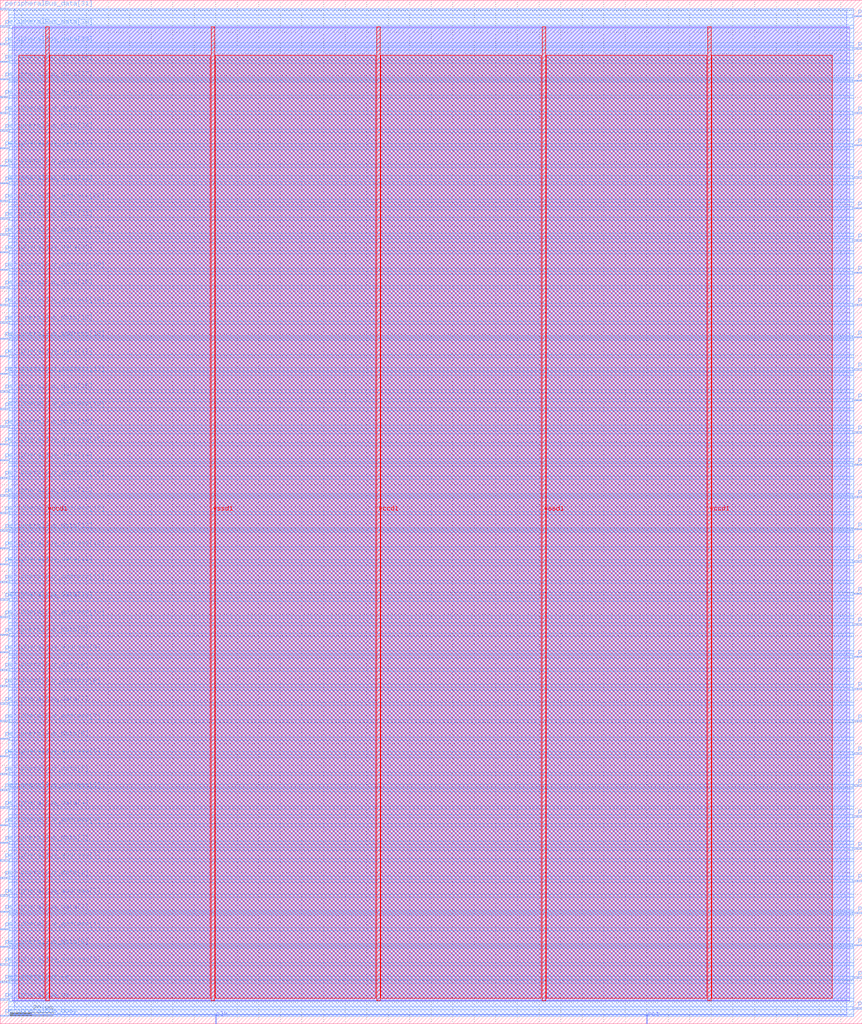
<source format=lef>
VERSION 5.7 ;
  NOWIREEXTENSIONATPIN ON ;
  DIVIDERCHAR "/" ;
  BUSBITCHARS "[]" ;
MACRO PWM
  CLASS BLOCK ;
  FOREIGN PWM ;
  ORIGIN 0.000 0.000 ;
  SIZE 400.000 BY 475.000 ;
  PIN clk
    DIRECTION INPUT ;
    USE SIGNAL ;
    PORT
      LAYER met2 ;
        RECT 99.910 0.000 100.190 4.000 ;
    END
  END clk
  PIN peripheralBus_address[0]
    DIRECTION INPUT ;
    USE SIGNAL ;
    PORT
      LAYER met3 ;
        RECT 0.000 27.240 4.000 27.840 ;
    END
  END peripheralBus_address[0]
  PIN peripheralBus_address[10]
    DIRECTION INPUT ;
    USE SIGNAL ;
    PORT
      LAYER met3 ;
        RECT 0.000 188.400 4.000 189.000 ;
    END
  END peripheralBus_address[10]
  PIN peripheralBus_address[11]
    DIRECTION INPUT ;
    USE SIGNAL ;
    PORT
      LAYER met3 ;
        RECT 0.000 204.720 4.000 205.320 ;
    END
  END peripheralBus_address[11]
  PIN peripheralBus_address[12]
    DIRECTION INPUT ;
    USE SIGNAL ;
    PORT
      LAYER met3 ;
        RECT 0.000 220.360 4.000 220.960 ;
    END
  END peripheralBus_address[12]
  PIN peripheralBus_address[13]
    DIRECTION INPUT ;
    USE SIGNAL ;
    PORT
      LAYER met3 ;
        RECT 0.000 236.680 4.000 237.280 ;
    END
  END peripheralBus_address[13]
  PIN peripheralBus_address[14]
    DIRECTION INPUT ;
    USE SIGNAL ;
    PORT
      LAYER met3 ;
        RECT 0.000 253.000 4.000 253.600 ;
    END
  END peripheralBus_address[14]
  PIN peripheralBus_address[15]
    DIRECTION INPUT ;
    USE SIGNAL ;
    PORT
      LAYER met3 ;
        RECT 0.000 268.640 4.000 269.240 ;
    END
  END peripheralBus_address[15]
  PIN peripheralBus_address[16]
    DIRECTION INPUT ;
    USE SIGNAL ;
    PORT
      LAYER met3 ;
        RECT 0.000 284.960 4.000 285.560 ;
    END
  END peripheralBus_address[16]
  PIN peripheralBus_address[17]
    DIRECTION INPUT ;
    USE SIGNAL ;
    PORT
      LAYER met3 ;
        RECT 0.000 301.280 4.000 301.880 ;
    END
  END peripheralBus_address[17]
  PIN peripheralBus_address[18]
    DIRECTION INPUT ;
    USE SIGNAL ;
    PORT
      LAYER met3 ;
        RECT 0.000 317.600 4.000 318.200 ;
    END
  END peripheralBus_address[18]
  PIN peripheralBus_address[19]
    DIRECTION INPUT ;
    USE SIGNAL ;
    PORT
      LAYER met3 ;
        RECT 0.000 333.240 4.000 333.840 ;
    END
  END peripheralBus_address[19]
  PIN peripheralBus_address[1]
    DIRECTION INPUT ;
    USE SIGNAL ;
    PORT
      LAYER met3 ;
        RECT 0.000 43.560 4.000 44.160 ;
    END
  END peripheralBus_address[1]
  PIN peripheralBus_address[20]
    DIRECTION INPUT ;
    USE SIGNAL ;
    PORT
      LAYER met3 ;
        RECT 0.000 349.560 4.000 350.160 ;
    END
  END peripheralBus_address[20]
  PIN peripheralBus_address[21]
    DIRECTION INPUT ;
    USE SIGNAL ;
    PORT
      LAYER met3 ;
        RECT 0.000 365.880 4.000 366.480 ;
    END
  END peripheralBus_address[21]
  PIN peripheralBus_address[22]
    DIRECTION INPUT ;
    USE SIGNAL ;
    PORT
      LAYER met3 ;
        RECT 0.000 381.520 4.000 382.120 ;
    END
  END peripheralBus_address[22]
  PIN peripheralBus_address[23]
    DIRECTION INPUT ;
    USE SIGNAL ;
    PORT
      LAYER met3 ;
        RECT 0.000 397.840 4.000 398.440 ;
    END
  END peripheralBus_address[23]
  PIN peripheralBus_address[2]
    DIRECTION INPUT ;
    USE SIGNAL ;
    PORT
      LAYER met3 ;
        RECT 0.000 59.200 4.000 59.800 ;
    END
  END peripheralBus_address[2]
  PIN peripheralBus_address[3]
    DIRECTION INPUT ;
    USE SIGNAL ;
    PORT
      LAYER met3 ;
        RECT 0.000 75.520 4.000 76.120 ;
    END
  END peripheralBus_address[3]
  PIN peripheralBus_address[4]
    DIRECTION INPUT ;
    USE SIGNAL ;
    PORT
      LAYER met3 ;
        RECT 0.000 91.840 4.000 92.440 ;
    END
  END peripheralBus_address[4]
  PIN peripheralBus_address[5]
    DIRECTION INPUT ;
    USE SIGNAL ;
    PORT
      LAYER met3 ;
        RECT 0.000 108.160 4.000 108.760 ;
    END
  END peripheralBus_address[5]
  PIN peripheralBus_address[6]
    DIRECTION INPUT ;
    USE SIGNAL ;
    PORT
      LAYER met3 ;
        RECT 0.000 123.800 4.000 124.400 ;
    END
  END peripheralBus_address[6]
  PIN peripheralBus_address[7]
    DIRECTION INPUT ;
    USE SIGNAL ;
    PORT
      LAYER met3 ;
        RECT 0.000 140.120 4.000 140.720 ;
    END
  END peripheralBus_address[7]
  PIN peripheralBus_address[8]
    DIRECTION INPUT ;
    USE SIGNAL ;
    PORT
      LAYER met3 ;
        RECT 0.000 156.440 4.000 157.040 ;
    END
  END peripheralBus_address[8]
  PIN peripheralBus_address[9]
    DIRECTION INPUT ;
    USE SIGNAL ;
    PORT
      LAYER met3 ;
        RECT 0.000 172.080 4.000 172.680 ;
    END
  END peripheralBus_address[9]
  PIN peripheralBus_busy
    DIRECTION OUTPUT TRISTATE ;
    USE SIGNAL ;
    PORT
      LAYER met3 ;
        RECT 0.000 3.440 4.000 4.040 ;
    END
  END peripheralBus_busy
  PIN peripheralBus_data[0]
    DIRECTION INOUT ;
    USE SIGNAL ;
    PORT
      LAYER met3 ;
        RECT 0.000 35.400 4.000 36.000 ;
    END
  END peripheralBus_data[0]
  PIN peripheralBus_data[10]
    DIRECTION INOUT ;
    USE SIGNAL ;
    PORT
      LAYER met3 ;
        RECT 0.000 196.560 4.000 197.160 ;
    END
  END peripheralBus_data[10]
  PIN peripheralBus_data[11]
    DIRECTION INOUT ;
    USE SIGNAL ;
    PORT
      LAYER met3 ;
        RECT 0.000 212.880 4.000 213.480 ;
    END
  END peripheralBus_data[11]
  PIN peripheralBus_data[12]
    DIRECTION INOUT ;
    USE SIGNAL ;
    PORT
      LAYER met3 ;
        RECT 0.000 228.520 4.000 229.120 ;
    END
  END peripheralBus_data[12]
  PIN peripheralBus_data[13]
    DIRECTION INOUT ;
    USE SIGNAL ;
    PORT
      LAYER met3 ;
        RECT 0.000 244.840 4.000 245.440 ;
    END
  END peripheralBus_data[13]
  PIN peripheralBus_data[14]
    DIRECTION INOUT ;
    USE SIGNAL ;
    PORT
      LAYER met3 ;
        RECT 0.000 261.160 4.000 261.760 ;
    END
  END peripheralBus_data[14]
  PIN peripheralBus_data[15]
    DIRECTION INOUT ;
    USE SIGNAL ;
    PORT
      LAYER met3 ;
        RECT 0.000 276.800 4.000 277.400 ;
    END
  END peripheralBus_data[15]
  PIN peripheralBus_data[16]
    DIRECTION INOUT ;
    USE SIGNAL ;
    PORT
      LAYER met3 ;
        RECT 0.000 293.120 4.000 293.720 ;
    END
  END peripheralBus_data[16]
  PIN peripheralBus_data[17]
    DIRECTION INOUT ;
    USE SIGNAL ;
    PORT
      LAYER met3 ;
        RECT 0.000 309.440 4.000 310.040 ;
    END
  END peripheralBus_data[17]
  PIN peripheralBus_data[18]
    DIRECTION INOUT ;
    USE SIGNAL ;
    PORT
      LAYER met3 ;
        RECT 0.000 325.080 4.000 325.680 ;
    END
  END peripheralBus_data[18]
  PIN peripheralBus_data[19]
    DIRECTION INOUT ;
    USE SIGNAL ;
    PORT
      LAYER met3 ;
        RECT 0.000 341.400 4.000 342.000 ;
    END
  END peripheralBus_data[19]
  PIN peripheralBus_data[1]
    DIRECTION INOUT ;
    USE SIGNAL ;
    PORT
      LAYER met3 ;
        RECT 0.000 51.720 4.000 52.320 ;
    END
  END peripheralBus_data[1]
  PIN peripheralBus_data[20]
    DIRECTION INOUT ;
    USE SIGNAL ;
    PORT
      LAYER met3 ;
        RECT 0.000 357.720 4.000 358.320 ;
    END
  END peripheralBus_data[20]
  PIN peripheralBus_data[21]
    DIRECTION INOUT ;
    USE SIGNAL ;
    PORT
      LAYER met3 ;
        RECT 0.000 373.360 4.000 373.960 ;
    END
  END peripheralBus_data[21]
  PIN peripheralBus_data[22]
    DIRECTION INOUT ;
    USE SIGNAL ;
    PORT
      LAYER met3 ;
        RECT 0.000 389.680 4.000 390.280 ;
    END
  END peripheralBus_data[22]
  PIN peripheralBus_data[23]
    DIRECTION INOUT ;
    USE SIGNAL ;
    PORT
      LAYER met3 ;
        RECT 0.000 406.000 4.000 406.600 ;
    END
  END peripheralBus_data[23]
  PIN peripheralBus_data[24]
    DIRECTION INOUT ;
    USE SIGNAL ;
    PORT
      LAYER met3 ;
        RECT 0.000 414.160 4.000 414.760 ;
    END
  END peripheralBus_data[24]
  PIN peripheralBus_data[25]
    DIRECTION INOUT ;
    USE SIGNAL ;
    PORT
      LAYER met3 ;
        RECT 0.000 422.320 4.000 422.920 ;
    END
  END peripheralBus_data[25]
  PIN peripheralBus_data[26]
    DIRECTION INOUT ;
    USE SIGNAL ;
    PORT
      LAYER met3 ;
        RECT 0.000 429.800 4.000 430.400 ;
    END
  END peripheralBus_data[26]
  PIN peripheralBus_data[27]
    DIRECTION INOUT ;
    USE SIGNAL ;
    PORT
      LAYER met3 ;
        RECT 0.000 437.960 4.000 438.560 ;
    END
  END peripheralBus_data[27]
  PIN peripheralBus_data[28]
    DIRECTION INOUT ;
    USE SIGNAL ;
    PORT
      LAYER met3 ;
        RECT 0.000 446.120 4.000 446.720 ;
    END
  END peripheralBus_data[28]
  PIN peripheralBus_data[29]
    DIRECTION INOUT ;
    USE SIGNAL ;
    PORT
      LAYER met3 ;
        RECT 0.000 454.280 4.000 454.880 ;
    END
  END peripheralBus_data[29]
  PIN peripheralBus_data[2]
    DIRECTION INOUT ;
    USE SIGNAL ;
    PORT
      LAYER met3 ;
        RECT 0.000 67.360 4.000 67.960 ;
    END
  END peripheralBus_data[2]
  PIN peripheralBus_data[30]
    DIRECTION INOUT ;
    USE SIGNAL ;
    PORT
      LAYER met3 ;
        RECT 0.000 462.440 4.000 463.040 ;
    END
  END peripheralBus_data[30]
  PIN peripheralBus_data[31]
    DIRECTION INOUT ;
    USE SIGNAL ;
    PORT
      LAYER met3 ;
        RECT 0.000 470.600 4.000 471.200 ;
    END
  END peripheralBus_data[31]
  PIN peripheralBus_data[3]
    DIRECTION INOUT ;
    USE SIGNAL ;
    PORT
      LAYER met3 ;
        RECT 0.000 83.680 4.000 84.280 ;
    END
  END peripheralBus_data[3]
  PIN peripheralBus_data[4]
    DIRECTION INOUT ;
    USE SIGNAL ;
    PORT
      LAYER met3 ;
        RECT 0.000 100.000 4.000 100.600 ;
    END
  END peripheralBus_data[4]
  PIN peripheralBus_data[5]
    DIRECTION INOUT ;
    USE SIGNAL ;
    PORT
      LAYER met3 ;
        RECT 0.000 115.640 4.000 116.240 ;
    END
  END peripheralBus_data[5]
  PIN peripheralBus_data[6]
    DIRECTION INOUT ;
    USE SIGNAL ;
    PORT
      LAYER met3 ;
        RECT 0.000 131.960 4.000 132.560 ;
    END
  END peripheralBus_data[6]
  PIN peripheralBus_data[7]
    DIRECTION INOUT ;
    USE SIGNAL ;
    PORT
      LAYER met3 ;
        RECT 0.000 148.280 4.000 148.880 ;
    END
  END peripheralBus_data[7]
  PIN peripheralBus_data[8]
    DIRECTION INOUT ;
    USE SIGNAL ;
    PORT
      LAYER met3 ;
        RECT 0.000 163.920 4.000 164.520 ;
    END
  END peripheralBus_data[8]
  PIN peripheralBus_data[9]
    DIRECTION INOUT ;
    USE SIGNAL ;
    PORT
      LAYER met3 ;
        RECT 0.000 180.240 4.000 180.840 ;
    END
  END peripheralBus_data[9]
  PIN peripheralBus_oe
    DIRECTION INPUT ;
    USE SIGNAL ;
    PORT
      LAYER met3 ;
        RECT 0.000 10.920 4.000 11.520 ;
    END
  END peripheralBus_oe
  PIN peripheralBus_we
    DIRECTION INPUT ;
    USE SIGNAL ;
    PORT
      LAYER met3 ;
        RECT 0.000 19.080 4.000 19.680 ;
    END
  END peripheralBus_we
  PIN pwm_en[0]
    DIRECTION OUTPUT TRISTATE ;
    USE SIGNAL ;
    PORT
      LAYER met3 ;
        RECT 396.000 6.840 400.000 7.440 ;
    END
  END pwm_en[0]
  PIN pwm_en[10]
    DIRECTION OUTPUT TRISTATE ;
    USE SIGNAL ;
    PORT
      LAYER met3 ;
        RECT 396.000 303.320 400.000 303.920 ;
    END
  END pwm_en[10]
  PIN pwm_en[11]
    DIRECTION OUTPUT TRISTATE ;
    USE SIGNAL ;
    PORT
      LAYER met3 ;
        RECT 396.000 333.240 400.000 333.840 ;
    END
  END pwm_en[11]
  PIN pwm_en[12]
    DIRECTION OUTPUT TRISTATE ;
    USE SIGNAL ;
    PORT
      LAYER met3 ;
        RECT 396.000 363.160 400.000 363.760 ;
    END
  END pwm_en[12]
  PIN pwm_en[13]
    DIRECTION OUTPUT TRISTATE ;
    USE SIGNAL ;
    PORT
      LAYER met3 ;
        RECT 396.000 392.400 400.000 393.000 ;
    END
  END pwm_en[13]
  PIN pwm_en[14]
    DIRECTION OUTPUT TRISTATE ;
    USE SIGNAL ;
    PORT
      LAYER met3 ;
        RECT 396.000 422.320 400.000 422.920 ;
    END
  END pwm_en[14]
  PIN pwm_en[15]
    DIRECTION OUTPUT TRISTATE ;
    USE SIGNAL ;
    PORT
      LAYER met3 ;
        RECT 396.000 452.240 400.000 452.840 ;
    END
  END pwm_en[15]
  PIN pwm_en[1]
    DIRECTION OUTPUT TRISTATE ;
    USE SIGNAL ;
    PORT
      LAYER met3 ;
        RECT 396.000 36.080 400.000 36.680 ;
    END
  END pwm_en[1]
  PIN pwm_en[2]
    DIRECTION OUTPUT TRISTATE ;
    USE SIGNAL ;
    PORT
      LAYER met3 ;
        RECT 396.000 66.000 400.000 66.600 ;
    END
  END pwm_en[2]
  PIN pwm_en[3]
    DIRECTION OUTPUT TRISTATE ;
    USE SIGNAL ;
    PORT
      LAYER met3 ;
        RECT 396.000 95.920 400.000 96.520 ;
    END
  END pwm_en[3]
  PIN pwm_en[4]
    DIRECTION OUTPUT TRISTATE ;
    USE SIGNAL ;
    PORT
      LAYER met3 ;
        RECT 396.000 125.160 400.000 125.760 ;
    END
  END pwm_en[4]
  PIN pwm_en[5]
    DIRECTION OUTPUT TRISTATE ;
    USE SIGNAL ;
    PORT
      LAYER met3 ;
        RECT 396.000 155.080 400.000 155.680 ;
    END
  END pwm_en[5]
  PIN pwm_en[6]
    DIRECTION OUTPUT TRISTATE ;
    USE SIGNAL ;
    PORT
      LAYER met3 ;
        RECT 396.000 185.000 400.000 185.600 ;
    END
  END pwm_en[6]
  PIN pwm_en[7]
    DIRECTION OUTPUT TRISTATE ;
    USE SIGNAL ;
    PORT
      LAYER met3 ;
        RECT 396.000 214.240 400.000 214.840 ;
    END
  END pwm_en[7]
  PIN pwm_en[8]
    DIRECTION OUTPUT TRISTATE ;
    USE SIGNAL ;
    PORT
      LAYER met3 ;
        RECT 396.000 244.160 400.000 244.760 ;
    END
  END pwm_en[8]
  PIN pwm_en[9]
    DIRECTION OUTPUT TRISTATE ;
    USE SIGNAL ;
    PORT
      LAYER met3 ;
        RECT 396.000 274.080 400.000 274.680 ;
    END
  END pwm_en[9]
  PIN pwm_out[0]
    DIRECTION OUTPUT TRISTATE ;
    USE SIGNAL ;
    PORT
      LAYER met3 ;
        RECT 396.000 21.120 400.000 21.720 ;
    END
  END pwm_out[0]
  PIN pwm_out[10]
    DIRECTION OUTPUT TRISTATE ;
    USE SIGNAL ;
    PORT
      LAYER met3 ;
        RECT 396.000 318.280 400.000 318.880 ;
    END
  END pwm_out[10]
  PIN pwm_out[11]
    DIRECTION OUTPUT TRISTATE ;
    USE SIGNAL ;
    PORT
      LAYER met3 ;
        RECT 396.000 348.200 400.000 348.800 ;
    END
  END pwm_out[11]
  PIN pwm_out[12]
    DIRECTION OUTPUT TRISTATE ;
    USE SIGNAL ;
    PORT
      LAYER met3 ;
        RECT 396.000 378.120 400.000 378.720 ;
    END
  END pwm_out[12]
  PIN pwm_out[13]
    DIRECTION OUTPUT TRISTATE ;
    USE SIGNAL ;
    PORT
      LAYER met3 ;
        RECT 396.000 407.360 400.000 407.960 ;
    END
  END pwm_out[13]
  PIN pwm_out[14]
    DIRECTION OUTPUT TRISTATE ;
    USE SIGNAL ;
    PORT
      LAYER met3 ;
        RECT 396.000 437.280 400.000 437.880 ;
    END
  END pwm_out[14]
  PIN pwm_out[15]
    DIRECTION OUTPUT TRISTATE ;
    USE SIGNAL ;
    PORT
      LAYER met3 ;
        RECT 396.000 467.200 400.000 467.800 ;
    END
  END pwm_out[15]
  PIN pwm_out[1]
    DIRECTION OUTPUT TRISTATE ;
    USE SIGNAL ;
    PORT
      LAYER met3 ;
        RECT 396.000 51.040 400.000 51.640 ;
    END
  END pwm_out[1]
  PIN pwm_out[2]
    DIRECTION OUTPUT TRISTATE ;
    USE SIGNAL ;
    PORT
      LAYER met3 ;
        RECT 396.000 80.960 400.000 81.560 ;
    END
  END pwm_out[2]
  PIN pwm_out[3]
    DIRECTION OUTPUT TRISTATE ;
    USE SIGNAL ;
    PORT
      LAYER met3 ;
        RECT 396.000 110.200 400.000 110.800 ;
    END
  END pwm_out[3]
  PIN pwm_out[4]
    DIRECTION OUTPUT TRISTATE ;
    USE SIGNAL ;
    PORT
      LAYER met3 ;
        RECT 396.000 140.120 400.000 140.720 ;
    END
  END pwm_out[4]
  PIN pwm_out[5]
    DIRECTION OUTPUT TRISTATE ;
    USE SIGNAL ;
    PORT
      LAYER met3 ;
        RECT 396.000 170.040 400.000 170.640 ;
    END
  END pwm_out[5]
  PIN pwm_out[6]
    DIRECTION OUTPUT TRISTATE ;
    USE SIGNAL ;
    PORT
      LAYER met3 ;
        RECT 396.000 199.280 400.000 199.880 ;
    END
  END pwm_out[6]
  PIN pwm_out[7]
    DIRECTION OUTPUT TRISTATE ;
    USE SIGNAL ;
    PORT
      LAYER met3 ;
        RECT 396.000 229.200 400.000 229.800 ;
    END
  END pwm_out[7]
  PIN pwm_out[8]
    DIRECTION OUTPUT TRISTATE ;
    USE SIGNAL ;
    PORT
      LAYER met3 ;
        RECT 396.000 259.120 400.000 259.720 ;
    END
  END pwm_out[8]
  PIN pwm_out[9]
    DIRECTION OUTPUT TRISTATE ;
    USE SIGNAL ;
    PORT
      LAYER met3 ;
        RECT 396.000 289.040 400.000 289.640 ;
    END
  END pwm_out[9]
  PIN rst
    DIRECTION INPUT ;
    USE SIGNAL ;
    PORT
      LAYER met2 ;
        RECT 300.010 0.000 300.290 4.000 ;
    END
  END rst
  PIN vccd1
    DIRECTION INPUT ;
    USE POWER ;
    PORT
      LAYER met4 ;
        RECT 21.040 10.640 22.640 462.640 ;
    END
    PORT
      LAYER met4 ;
        RECT 174.640 10.640 176.240 462.640 ;
    END
    PORT
      LAYER met4 ;
        RECT 328.240 10.640 329.840 462.640 ;
    END
  END vccd1
  PIN vssd1
    DIRECTION INPUT ;
    USE GROUND ;
    PORT
      LAYER met4 ;
        RECT 97.840 10.640 99.440 462.640 ;
    END
    PORT
      LAYER met4 ;
        RECT 251.440 10.640 253.040 462.640 ;
    END
  END vssd1
  OBS
      LAYER li1 ;
        RECT 5.520 10.795 394.220 462.485 ;
      LAYER met1 ;
        RECT 5.520 10.640 394.220 462.640 ;
      LAYER met2 ;
        RECT 6.540 4.280 392.740 471.085 ;
        RECT 6.540 3.555 99.630 4.280 ;
        RECT 100.470 3.555 299.730 4.280 ;
        RECT 300.570 3.555 392.740 4.280 ;
      LAYER met3 ;
        RECT 4.400 470.200 396.000 471.065 ;
        RECT 4.000 468.200 396.000 470.200 ;
        RECT 4.000 466.800 395.600 468.200 ;
        RECT 4.000 463.440 396.000 466.800 ;
        RECT 4.400 462.040 396.000 463.440 ;
        RECT 4.000 455.280 396.000 462.040 ;
        RECT 4.400 453.880 396.000 455.280 ;
        RECT 4.000 453.240 396.000 453.880 ;
        RECT 4.000 451.840 395.600 453.240 ;
        RECT 4.000 447.120 396.000 451.840 ;
        RECT 4.400 445.720 396.000 447.120 ;
        RECT 4.000 438.960 396.000 445.720 ;
        RECT 4.400 438.280 396.000 438.960 ;
        RECT 4.400 437.560 395.600 438.280 ;
        RECT 4.000 436.880 395.600 437.560 ;
        RECT 4.000 430.800 396.000 436.880 ;
        RECT 4.400 429.400 396.000 430.800 ;
        RECT 4.000 423.320 396.000 429.400 ;
        RECT 4.400 421.920 395.600 423.320 ;
        RECT 4.000 415.160 396.000 421.920 ;
        RECT 4.400 413.760 396.000 415.160 ;
        RECT 4.000 408.360 396.000 413.760 ;
        RECT 4.000 407.000 395.600 408.360 ;
        RECT 4.400 406.960 395.600 407.000 ;
        RECT 4.400 405.600 396.000 406.960 ;
        RECT 4.000 398.840 396.000 405.600 ;
        RECT 4.400 397.440 396.000 398.840 ;
        RECT 4.000 393.400 396.000 397.440 ;
        RECT 4.000 392.000 395.600 393.400 ;
        RECT 4.000 390.680 396.000 392.000 ;
        RECT 4.400 389.280 396.000 390.680 ;
        RECT 4.000 382.520 396.000 389.280 ;
        RECT 4.400 381.120 396.000 382.520 ;
        RECT 4.000 379.120 396.000 381.120 ;
        RECT 4.000 377.720 395.600 379.120 ;
        RECT 4.000 374.360 396.000 377.720 ;
        RECT 4.400 372.960 396.000 374.360 ;
        RECT 4.000 366.880 396.000 372.960 ;
        RECT 4.400 365.480 396.000 366.880 ;
        RECT 4.000 364.160 396.000 365.480 ;
        RECT 4.000 362.760 395.600 364.160 ;
        RECT 4.000 358.720 396.000 362.760 ;
        RECT 4.400 357.320 396.000 358.720 ;
        RECT 4.000 350.560 396.000 357.320 ;
        RECT 4.400 349.200 396.000 350.560 ;
        RECT 4.400 349.160 395.600 349.200 ;
        RECT 4.000 347.800 395.600 349.160 ;
        RECT 4.000 342.400 396.000 347.800 ;
        RECT 4.400 341.000 396.000 342.400 ;
        RECT 4.000 334.240 396.000 341.000 ;
        RECT 4.400 332.840 395.600 334.240 ;
        RECT 4.000 326.080 396.000 332.840 ;
        RECT 4.400 324.680 396.000 326.080 ;
        RECT 4.000 319.280 396.000 324.680 ;
        RECT 4.000 318.600 395.600 319.280 ;
        RECT 4.400 317.880 395.600 318.600 ;
        RECT 4.400 317.200 396.000 317.880 ;
        RECT 4.000 310.440 396.000 317.200 ;
        RECT 4.400 309.040 396.000 310.440 ;
        RECT 4.000 304.320 396.000 309.040 ;
        RECT 4.000 302.920 395.600 304.320 ;
        RECT 4.000 302.280 396.000 302.920 ;
        RECT 4.400 300.880 396.000 302.280 ;
        RECT 4.000 294.120 396.000 300.880 ;
        RECT 4.400 292.720 396.000 294.120 ;
        RECT 4.000 290.040 396.000 292.720 ;
        RECT 4.000 288.640 395.600 290.040 ;
        RECT 4.000 285.960 396.000 288.640 ;
        RECT 4.400 284.560 396.000 285.960 ;
        RECT 4.000 277.800 396.000 284.560 ;
        RECT 4.400 276.400 396.000 277.800 ;
        RECT 4.000 275.080 396.000 276.400 ;
        RECT 4.000 273.680 395.600 275.080 ;
        RECT 4.000 269.640 396.000 273.680 ;
        RECT 4.400 268.240 396.000 269.640 ;
        RECT 4.000 262.160 396.000 268.240 ;
        RECT 4.400 260.760 396.000 262.160 ;
        RECT 4.000 260.120 396.000 260.760 ;
        RECT 4.000 258.720 395.600 260.120 ;
        RECT 4.000 254.000 396.000 258.720 ;
        RECT 4.400 252.600 396.000 254.000 ;
        RECT 4.000 245.840 396.000 252.600 ;
        RECT 4.400 245.160 396.000 245.840 ;
        RECT 4.400 244.440 395.600 245.160 ;
        RECT 4.000 243.760 395.600 244.440 ;
        RECT 4.000 237.680 396.000 243.760 ;
        RECT 4.400 236.280 396.000 237.680 ;
        RECT 4.000 230.200 396.000 236.280 ;
        RECT 4.000 229.520 395.600 230.200 ;
        RECT 4.400 228.800 395.600 229.520 ;
        RECT 4.400 228.120 396.000 228.800 ;
        RECT 4.000 221.360 396.000 228.120 ;
        RECT 4.400 219.960 396.000 221.360 ;
        RECT 4.000 215.240 396.000 219.960 ;
        RECT 4.000 213.880 395.600 215.240 ;
        RECT 4.400 213.840 395.600 213.880 ;
        RECT 4.400 212.480 396.000 213.840 ;
        RECT 4.000 205.720 396.000 212.480 ;
        RECT 4.400 204.320 396.000 205.720 ;
        RECT 4.000 200.280 396.000 204.320 ;
        RECT 4.000 198.880 395.600 200.280 ;
        RECT 4.000 197.560 396.000 198.880 ;
        RECT 4.400 196.160 396.000 197.560 ;
        RECT 4.000 189.400 396.000 196.160 ;
        RECT 4.400 188.000 396.000 189.400 ;
        RECT 4.000 186.000 396.000 188.000 ;
        RECT 4.000 184.600 395.600 186.000 ;
        RECT 4.000 181.240 396.000 184.600 ;
        RECT 4.400 179.840 396.000 181.240 ;
        RECT 4.000 173.080 396.000 179.840 ;
        RECT 4.400 171.680 396.000 173.080 ;
        RECT 4.000 171.040 396.000 171.680 ;
        RECT 4.000 169.640 395.600 171.040 ;
        RECT 4.000 164.920 396.000 169.640 ;
        RECT 4.400 163.520 396.000 164.920 ;
        RECT 4.000 157.440 396.000 163.520 ;
        RECT 4.400 156.080 396.000 157.440 ;
        RECT 4.400 156.040 395.600 156.080 ;
        RECT 4.000 154.680 395.600 156.040 ;
        RECT 4.000 149.280 396.000 154.680 ;
        RECT 4.400 147.880 396.000 149.280 ;
        RECT 4.000 141.120 396.000 147.880 ;
        RECT 4.400 139.720 395.600 141.120 ;
        RECT 4.000 132.960 396.000 139.720 ;
        RECT 4.400 131.560 396.000 132.960 ;
        RECT 4.000 126.160 396.000 131.560 ;
        RECT 4.000 124.800 395.600 126.160 ;
        RECT 4.400 124.760 395.600 124.800 ;
        RECT 4.400 123.400 396.000 124.760 ;
        RECT 4.000 116.640 396.000 123.400 ;
        RECT 4.400 115.240 396.000 116.640 ;
        RECT 4.000 111.200 396.000 115.240 ;
        RECT 4.000 109.800 395.600 111.200 ;
        RECT 4.000 109.160 396.000 109.800 ;
        RECT 4.400 107.760 396.000 109.160 ;
        RECT 4.000 101.000 396.000 107.760 ;
        RECT 4.400 99.600 396.000 101.000 ;
        RECT 4.000 96.920 396.000 99.600 ;
        RECT 4.000 95.520 395.600 96.920 ;
        RECT 4.000 92.840 396.000 95.520 ;
        RECT 4.400 91.440 396.000 92.840 ;
        RECT 4.000 84.680 396.000 91.440 ;
        RECT 4.400 83.280 396.000 84.680 ;
        RECT 4.000 81.960 396.000 83.280 ;
        RECT 4.000 80.560 395.600 81.960 ;
        RECT 4.000 76.520 396.000 80.560 ;
        RECT 4.400 75.120 396.000 76.520 ;
        RECT 4.000 68.360 396.000 75.120 ;
        RECT 4.400 67.000 396.000 68.360 ;
        RECT 4.400 66.960 395.600 67.000 ;
        RECT 4.000 65.600 395.600 66.960 ;
        RECT 4.000 60.200 396.000 65.600 ;
        RECT 4.400 58.800 396.000 60.200 ;
        RECT 4.000 52.720 396.000 58.800 ;
        RECT 4.400 52.040 396.000 52.720 ;
        RECT 4.400 51.320 395.600 52.040 ;
        RECT 4.000 50.640 395.600 51.320 ;
        RECT 4.000 44.560 396.000 50.640 ;
        RECT 4.400 43.160 396.000 44.560 ;
        RECT 4.000 37.080 396.000 43.160 ;
        RECT 4.000 36.400 395.600 37.080 ;
        RECT 4.400 35.680 395.600 36.400 ;
        RECT 4.400 35.000 396.000 35.680 ;
        RECT 4.000 28.240 396.000 35.000 ;
        RECT 4.400 26.840 396.000 28.240 ;
        RECT 4.000 22.120 396.000 26.840 ;
        RECT 4.000 20.720 395.600 22.120 ;
        RECT 4.000 20.080 396.000 20.720 ;
        RECT 4.400 18.680 396.000 20.080 ;
        RECT 4.000 11.920 396.000 18.680 ;
        RECT 4.400 10.520 396.000 11.920 ;
        RECT 4.000 7.840 396.000 10.520 ;
        RECT 4.000 6.440 395.600 7.840 ;
        RECT 4.000 4.440 396.000 6.440 ;
        RECT 4.400 3.575 396.000 4.440 ;
      LAYER met4 ;
        RECT 8.575 11.735 20.640 449.305 ;
        RECT 23.040 11.735 97.440 449.305 ;
        RECT 99.840 11.735 174.240 449.305 ;
        RECT 176.640 11.735 251.040 449.305 ;
        RECT 253.440 11.735 327.840 449.305 ;
        RECT 330.240 11.735 386.105 449.305 ;
  END
END PWM
END LIBRARY


</source>
